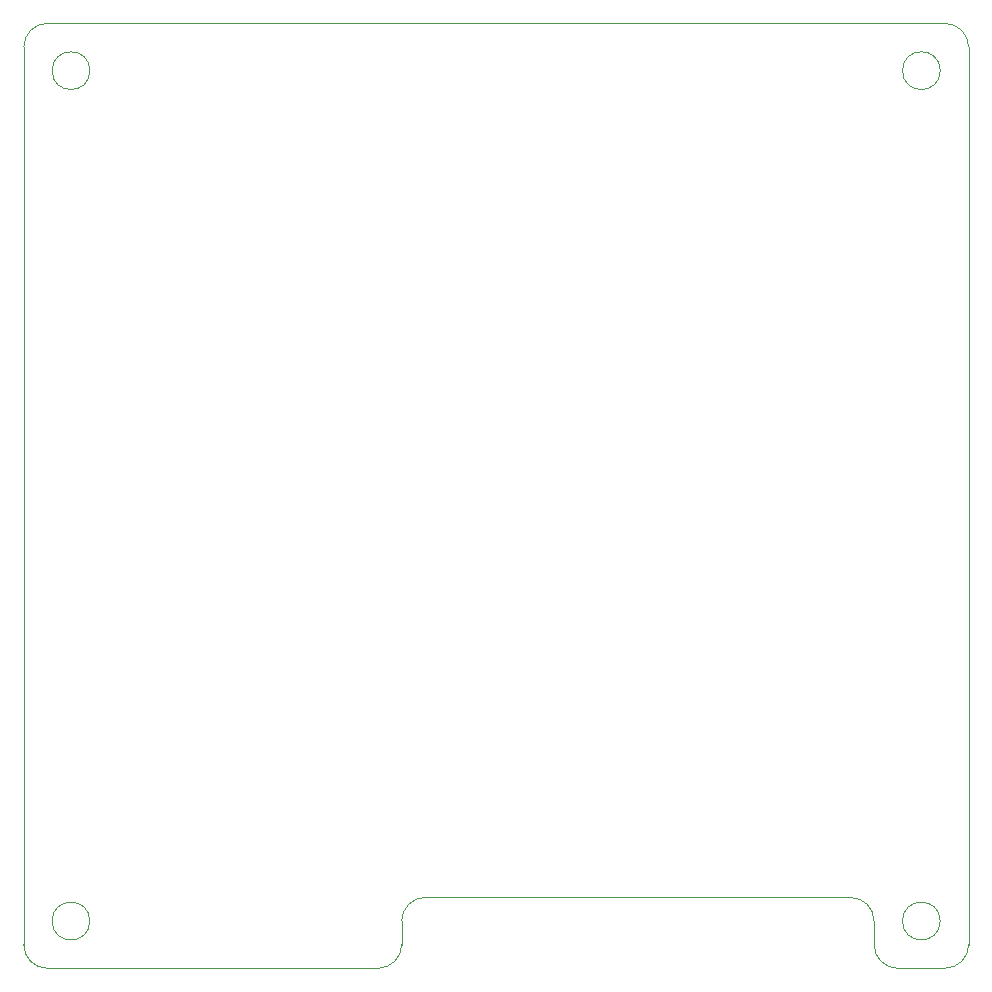
<source format=gbr>
%TF.GenerationSoftware,Altium Limited,Altium Designer,21.6.1 (37)*%
G04 Layer_Color=16711935*
%FSLAX45Y45*%
%MOMM*%
%TF.SameCoordinates,713E3131-B0EE-4415-9D9D-843BC13DAD56*%
%TF.FilePolarity,Positive*%
%TF.FileFunction,Other,Outline*%
%TF.Part,Single*%
G01*
G75*
%TA.AperFunction,NonConductor*%
%ADD60C,0.01270*%
D60*
X3400635Y600635D02*
G03*
X3200635Y400635I0J-200000D01*
G01*
X3000635Y635D02*
G03*
X3200635Y200635I-0J200000D01*
G01*
X635Y200635D02*
G03*
X200635Y635I200000J0D01*
G01*
X7760635Y400635D02*
G03*
X7760635Y400635I-160000J0D01*
G01*
X7200635Y200635D02*
G03*
X7400635Y635I200000J0D01*
G01*
X7800636D02*
G03*
X8000636Y200635I-0J200000D01*
G01*
X8000635Y7800635D02*
G03*
X7800635Y8000635I-200000J0D01*
G01*
X200636D02*
G03*
X635Y7800635I-0J-200000D01*
G01*
X560635Y7600635D02*
G03*
X560635Y7600635I-160000J0D01*
G01*
X7760635D02*
G03*
X7760635Y7600635I-160000J0D01*
G01*
X7200635Y400634D02*
G03*
X7000635Y600635I-200000J0D01*
G01*
X560635Y400635D02*
G03*
X560635Y400635I-160000J0D01*
G01*
X3200635Y200635D02*
Y400000D01*
X200635Y635D02*
X3000000D01*
X8000635Y200635D02*
Y7800635D01*
X7200635Y200635D02*
Y400635D01*
X7400635Y635D02*
X7800635D01*
X200635Y8000635D02*
X7800635D01*
X3400000Y600635D02*
X7000635Y600635D01*
X635Y200635D02*
Y7800635D01*
%TF.MD5,d4a3e860e6b45b13048398b0426515a1*%
M02*

</source>
